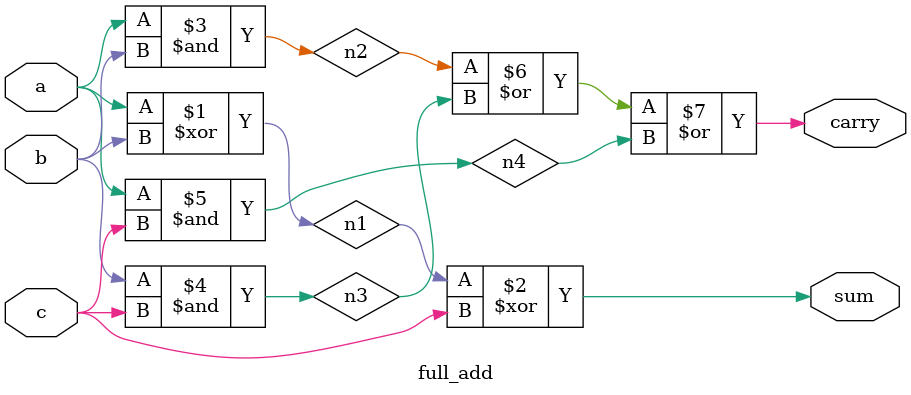
<source format=v>
module full_add (a,b,c,sum,carry);

  input a,b,c;
  output sum;
  output  carry;
  wire n1,n2,n3,n4;
  
  xor(n1,a,b);
  xor(sum,n1,c);
  and(n2,a,b);
  and(n3,b,c);
  and(n4,a,c);
  or(carry,n2,n3,n4);
  
endmodule

</source>
